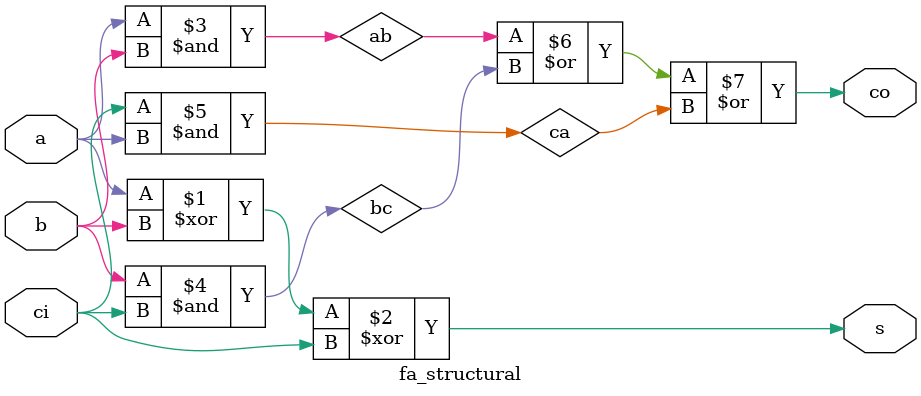
<source format=v>
/************************************************
  The Verilog HDL code example is from the book
  Computer Principles and Design in Verilog HDL
  by Yamin Li, published by A JOHN WILEY & SONS
************************************************/
module fa_structural (a,b,ci,s,co);          // full adder, structural style
    input  a, b, ci;                         // inputs:  a, b, carry_in
    output s, co;                            // outputs: sum, carry_out
    wire   ab, bc, ca;                       // wires, outputs of and gates
    xor i1 (s,  a,  b,  ci);                 // xor (out, in1, in2, in3);
    and i2 (ab, a,  b);                      // and (out, in1, in2);
    and i3 (bc, b,  ci);                     // and (out, in1, in2);
    and i4 (ca, ci, a);                      // and (out, in1, in2);
    or  i5 (co, ab, bc, ca);                 // or  (out, in1, in2, in3);
endmodule

</source>
